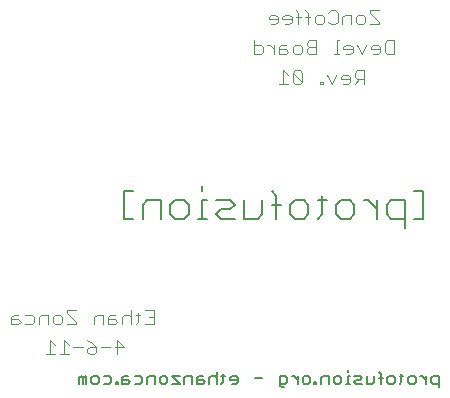
<source format=gbo>
G75*
G70*
%OFA0B0*%
%FSLAX24Y24*%
%IPPOS*%
%LPD*%
%AMOC8*
5,1,8,0,0,1.08239X$1,22.5*
%
%ADD10C,0.0070*%
%ADD11C,0.0040*%
%ADD12C,0.0080*%
D10*
X003533Y001759D02*
X003533Y001949D01*
X003597Y002013D01*
X003660Y001949D01*
X003660Y001759D01*
X003787Y001759D02*
X003787Y002013D01*
X003723Y002013D01*
X003660Y001949D01*
X003948Y001949D02*
X003948Y001822D01*
X004011Y001759D01*
X004138Y001759D01*
X004201Y001822D01*
X004201Y001949D01*
X004138Y002013D01*
X004011Y002013D01*
X003948Y001949D01*
X004362Y002013D02*
X004552Y002013D01*
X004615Y001949D01*
X004615Y001822D01*
X004552Y001759D01*
X004362Y001759D01*
X004759Y001759D02*
X004823Y001759D01*
X004823Y001822D01*
X004759Y001822D01*
X004759Y001759D01*
X004983Y001759D02*
X004983Y001949D01*
X005047Y002013D01*
X005174Y002013D01*
X005174Y001886D02*
X004983Y001886D01*
X004983Y001759D02*
X005174Y001759D01*
X005237Y001822D01*
X005174Y001886D01*
X005398Y002013D02*
X005588Y002013D01*
X005651Y001949D01*
X005651Y001822D01*
X005588Y001759D01*
X005398Y001759D01*
X005812Y001759D02*
X005812Y001949D01*
X005875Y002013D01*
X006066Y002013D01*
X006066Y001759D01*
X006226Y001822D02*
X006226Y001949D01*
X006290Y002013D01*
X006416Y002013D01*
X006480Y001949D01*
X006480Y001822D01*
X006416Y001759D01*
X006290Y001759D01*
X006226Y001822D01*
X006641Y001759D02*
X006894Y001759D01*
X006641Y002013D01*
X006894Y002013D01*
X007055Y001949D02*
X007055Y001759D01*
X007055Y001949D02*
X007118Y002013D01*
X007309Y002013D01*
X007309Y001759D01*
X007469Y001759D02*
X007469Y001949D01*
X007533Y002013D01*
X007659Y002013D01*
X007659Y001886D02*
X007469Y001886D01*
X007469Y001759D02*
X007659Y001759D01*
X007723Y001822D01*
X007659Y001886D01*
X007884Y001949D02*
X007884Y001759D01*
X007884Y001949D02*
X007947Y002013D01*
X008074Y002013D01*
X008137Y001949D01*
X008287Y002013D02*
X008413Y002013D01*
X008350Y002076D02*
X008350Y001822D01*
X008287Y001759D01*
X008137Y001759D02*
X008137Y002139D01*
X008574Y001949D02*
X008574Y001886D01*
X008828Y001886D01*
X008828Y001949D02*
X008764Y002013D01*
X008638Y002013D01*
X008574Y001949D01*
X008638Y001759D02*
X008764Y001759D01*
X008828Y001822D01*
X008828Y001949D01*
X009403Y001949D02*
X009656Y001949D01*
X010232Y002013D02*
X010232Y001696D01*
X010295Y001632D01*
X010358Y001632D01*
X010422Y001759D02*
X010232Y001759D01*
X010422Y001759D02*
X010485Y001822D01*
X010485Y001949D01*
X010422Y002013D01*
X010232Y002013D01*
X010640Y002013D02*
X010704Y002013D01*
X010830Y001886D01*
X010830Y001759D02*
X010830Y002013D01*
X010991Y001949D02*
X010991Y001822D01*
X011055Y001759D01*
X011181Y001759D01*
X011245Y001822D01*
X011245Y001949D01*
X011181Y002013D01*
X011055Y002013D01*
X010991Y001949D01*
X011388Y001822D02*
X011388Y001759D01*
X011452Y001759D01*
X011452Y001822D01*
X011388Y001822D01*
X011613Y001759D02*
X011613Y001949D01*
X011676Y002013D01*
X011866Y002013D01*
X011866Y001759D01*
X012027Y001822D02*
X012027Y001949D01*
X012090Y002013D01*
X012217Y002013D01*
X012281Y001949D01*
X012281Y001822D01*
X012217Y001759D01*
X012090Y001759D01*
X012027Y001822D01*
X012430Y001759D02*
X012557Y001759D01*
X012493Y001759D02*
X012493Y002013D01*
X012557Y002013D01*
X012493Y002139D02*
X012493Y002203D01*
X012718Y002013D02*
X012908Y002013D01*
X012971Y001949D01*
X012908Y001886D01*
X012781Y001886D01*
X012718Y001822D01*
X012781Y001759D01*
X012971Y001759D01*
X013132Y001759D02*
X013132Y002013D01*
X013385Y002013D02*
X013385Y001822D01*
X013322Y001759D01*
X013132Y001759D01*
X013535Y001949D02*
X013662Y001949D01*
X013598Y002076D02*
X013598Y001759D01*
X013822Y001822D02*
X013822Y001949D01*
X013886Y002013D01*
X014013Y002013D01*
X014076Y001949D01*
X014076Y001822D01*
X014013Y001759D01*
X013886Y001759D01*
X013822Y001822D01*
X013598Y002076D02*
X013535Y002139D01*
X014225Y002013D02*
X014352Y002013D01*
X014289Y002076D02*
X014289Y001822D01*
X014225Y001759D01*
X014513Y001822D02*
X014513Y001949D01*
X014576Y002013D01*
X014703Y002013D01*
X014766Y001949D01*
X014766Y001822D01*
X014703Y001759D01*
X014576Y001759D01*
X014513Y001822D01*
X014922Y002013D02*
X014985Y002013D01*
X015112Y001886D01*
X015112Y001759D02*
X015112Y002013D01*
X015273Y001949D02*
X015273Y001822D01*
X015336Y001759D01*
X015526Y001759D01*
X015526Y001632D02*
X015526Y002013D01*
X015336Y002013D01*
X015273Y001949D01*
D11*
X002739Y002744D02*
X002432Y002744D01*
X002586Y002744D02*
X002586Y003204D01*
X002739Y003051D01*
X003046Y003204D02*
X003046Y002744D01*
X002893Y002744D02*
X003200Y002744D01*
X003353Y002974D02*
X003660Y002974D01*
X003814Y002898D02*
X003814Y002821D01*
X003890Y002744D01*
X004044Y002744D01*
X004120Y002821D01*
X004120Y002974D01*
X003890Y002974D01*
X003814Y002898D01*
X003967Y003128D02*
X003814Y003204D01*
X003967Y003128D02*
X004120Y002974D01*
X004274Y002974D02*
X004581Y002974D01*
X004734Y002974D02*
X005041Y002974D01*
X004811Y003204D01*
X004811Y002744D01*
X004737Y003744D02*
X004507Y003744D01*
X004507Y003974D01*
X004583Y004051D01*
X004737Y004051D01*
X004737Y003898D02*
X004507Y003898D01*
X004353Y004051D02*
X004123Y004051D01*
X004046Y003974D01*
X004046Y003744D01*
X004353Y003744D02*
X004353Y004051D01*
X004737Y003898D02*
X004814Y003821D01*
X004737Y003744D01*
X004967Y003744D02*
X004967Y003974D01*
X005044Y004051D01*
X005197Y004051D01*
X005274Y003974D01*
X005427Y004051D02*
X005581Y004051D01*
X005504Y004128D02*
X005504Y003821D01*
X005427Y003744D01*
X005274Y003744D02*
X005274Y004204D01*
X005734Y004204D02*
X006041Y004204D01*
X006041Y003744D01*
X005734Y003744D01*
X005888Y003974D02*
X006041Y003974D01*
X003432Y003821D02*
X003432Y003744D01*
X003126Y003744D01*
X002972Y003821D02*
X002972Y003974D01*
X002895Y004051D01*
X002742Y004051D01*
X002665Y003974D01*
X002665Y003821D01*
X002742Y003744D01*
X002895Y003744D01*
X002972Y003821D01*
X003126Y004128D02*
X003432Y003821D01*
X003432Y004204D02*
X003126Y004204D01*
X003126Y004128D01*
X002512Y004051D02*
X002512Y003744D01*
X002512Y004051D02*
X002282Y004051D01*
X002205Y003974D01*
X002205Y003744D01*
X002051Y003821D02*
X002051Y003974D01*
X001975Y004051D01*
X001744Y004051D01*
X001591Y003821D02*
X001514Y003898D01*
X001284Y003898D01*
X001284Y003974D02*
X001284Y003744D01*
X001514Y003744D01*
X001591Y003821D01*
X001744Y003744D02*
X001975Y003744D01*
X002051Y003821D01*
X001514Y004051D02*
X001361Y004051D01*
X001284Y003974D01*
X003046Y003204D02*
X003200Y003051D01*
X010202Y011744D02*
X010509Y011744D01*
X010356Y011744D02*
X010356Y012204D01*
X010509Y012051D01*
X010663Y012128D02*
X010970Y011821D01*
X010893Y011744D01*
X010739Y011744D01*
X010663Y011821D01*
X010663Y012128D01*
X010739Y012204D01*
X010893Y012204D01*
X010970Y012128D01*
X010970Y011821D01*
X011583Y011821D02*
X011583Y011744D01*
X011660Y011744D01*
X011660Y011821D01*
X011583Y011821D01*
X011814Y012051D02*
X011967Y011744D01*
X012120Y012051D01*
X012274Y011974D02*
X012274Y011898D01*
X012581Y011898D01*
X012581Y011974D02*
X012504Y012051D01*
X012351Y012051D01*
X012274Y011974D01*
X012351Y011744D02*
X012504Y011744D01*
X012581Y011821D01*
X012581Y011974D01*
X012734Y011974D02*
X012734Y012128D01*
X012811Y012204D01*
X013041Y012204D01*
X013041Y011744D01*
X013041Y011898D02*
X012811Y011898D01*
X012734Y011974D01*
X012888Y011898D02*
X012734Y011744D01*
X012583Y012744D02*
X012660Y012821D01*
X012660Y012974D01*
X012583Y013051D01*
X012430Y013051D01*
X012353Y012974D01*
X012353Y012898D01*
X012660Y012898D01*
X012583Y012744D02*
X012430Y012744D01*
X012200Y012744D02*
X012046Y012744D01*
X012123Y012744D02*
X012123Y013204D01*
X012200Y013204D01*
X012814Y013051D02*
X012967Y012744D01*
X013120Y013051D01*
X013274Y012974D02*
X013274Y012898D01*
X013581Y012898D01*
X013581Y012974D02*
X013504Y013051D01*
X013351Y013051D01*
X013274Y012974D01*
X013351Y012744D02*
X013504Y012744D01*
X013581Y012821D01*
X013581Y012974D01*
X013734Y012821D02*
X013734Y013128D01*
X013811Y013204D01*
X014041Y013204D01*
X014041Y012744D01*
X013811Y012744D01*
X013734Y012821D01*
X013541Y013744D02*
X013234Y013744D01*
X013081Y013821D02*
X013004Y013744D01*
X012851Y013744D01*
X012774Y013821D01*
X012774Y013974D01*
X012851Y014051D01*
X013004Y014051D01*
X013081Y013974D01*
X013081Y013821D01*
X013234Y014128D02*
X013541Y013821D01*
X013541Y013744D01*
X013541Y014204D02*
X013234Y014204D01*
X013234Y014128D01*
X012620Y014051D02*
X012620Y013744D01*
X012314Y013744D02*
X012314Y013974D01*
X012390Y014051D01*
X012620Y014051D01*
X012160Y014128D02*
X012160Y013821D01*
X012083Y013744D01*
X011930Y013744D01*
X011853Y013821D01*
X011700Y013821D02*
X011700Y013974D01*
X011623Y014051D01*
X011470Y014051D01*
X011393Y013974D01*
X011393Y013821D01*
X011470Y013744D01*
X011623Y013744D01*
X011700Y013821D01*
X011853Y014128D02*
X011930Y014204D01*
X012083Y014204D01*
X012160Y014128D01*
X011239Y013974D02*
X011086Y013974D01*
X010932Y013974D02*
X010779Y013974D01*
X010626Y013974D02*
X010626Y013821D01*
X010549Y013744D01*
X010395Y013744D01*
X010319Y013898D02*
X010626Y013898D01*
X010626Y013974D02*
X010549Y014051D01*
X010395Y014051D01*
X010319Y013974D01*
X010319Y013898D01*
X010165Y013898D02*
X009858Y013898D01*
X009858Y013974D01*
X009935Y014051D01*
X010089Y014051D01*
X010165Y013974D01*
X010165Y013821D01*
X010089Y013744D01*
X009935Y013744D01*
X009898Y013051D02*
X009821Y013051D01*
X009898Y013051D02*
X010051Y012898D01*
X010051Y013051D02*
X010051Y012744D01*
X010205Y012744D02*
X010435Y012744D01*
X010512Y012821D01*
X010435Y012898D01*
X010205Y012898D01*
X010205Y012974D02*
X010205Y012744D01*
X010205Y012974D02*
X010282Y013051D01*
X010435Y013051D01*
X010665Y012974D02*
X010742Y013051D01*
X010895Y013051D01*
X010972Y012974D01*
X010972Y012821D01*
X010895Y012744D01*
X010742Y012744D01*
X010665Y012821D01*
X010665Y012974D01*
X011126Y012898D02*
X011126Y012821D01*
X011202Y012744D01*
X011432Y012744D01*
X011432Y013204D01*
X011202Y013204D01*
X011126Y013128D01*
X011126Y013051D01*
X011202Y012974D01*
X011432Y012974D01*
X011202Y012974D02*
X011126Y012898D01*
X011163Y013744D02*
X011163Y014128D01*
X011086Y014204D01*
X010856Y014128D02*
X010779Y014204D01*
X010856Y014128D02*
X010856Y013744D01*
X009668Y012974D02*
X009591Y013051D01*
X009361Y013051D01*
X009361Y013204D02*
X009361Y012744D01*
X009591Y012744D01*
X009668Y012821D01*
X009668Y012974D01*
D12*
X007655Y008338D02*
X007655Y008185D01*
X007655Y007878D02*
X007655Y007264D01*
X007502Y007264D02*
X007809Y007264D01*
X008116Y007418D02*
X008269Y007571D01*
X008576Y007571D01*
X008729Y007724D01*
X008576Y007878D01*
X008116Y007878D01*
X007809Y007878D02*
X007655Y007878D01*
X007195Y007724D02*
X007195Y007418D01*
X007041Y007264D01*
X006734Y007264D01*
X006581Y007418D01*
X006581Y007724D01*
X006734Y007878D01*
X007041Y007878D01*
X007195Y007724D01*
X008116Y007418D02*
X008269Y007264D01*
X008729Y007264D01*
X009036Y007264D02*
X009036Y007878D01*
X009650Y007878D02*
X009650Y007418D01*
X009497Y007264D01*
X009036Y007264D01*
X009957Y007724D02*
X010264Y007724D01*
X010571Y007724D02*
X010724Y007878D01*
X011031Y007878D01*
X011185Y007724D01*
X011185Y007418D01*
X011031Y007264D01*
X010724Y007264D01*
X010571Y007418D01*
X010571Y007724D01*
X010111Y008031D02*
X009957Y008185D01*
X010111Y008031D02*
X010111Y007264D01*
X011492Y007264D02*
X011645Y007418D01*
X011645Y008031D01*
X011492Y007878D02*
X011799Y007878D01*
X012105Y007724D02*
X012259Y007878D01*
X012566Y007878D01*
X012719Y007724D01*
X012719Y007418D01*
X012566Y007264D01*
X012259Y007264D01*
X012105Y007418D01*
X012105Y007724D01*
X013026Y007878D02*
X013180Y007878D01*
X013487Y007571D01*
X013487Y007264D02*
X013487Y007878D01*
X013793Y007724D02*
X013793Y007418D01*
X013947Y007264D01*
X014407Y007264D01*
X014407Y006957D02*
X014407Y007878D01*
X013947Y007878D01*
X013793Y007724D01*
X014714Y007264D02*
X015021Y007264D01*
X015021Y008185D01*
X014714Y008185D01*
X006274Y007878D02*
X006274Y007264D01*
X005660Y007264D02*
X005660Y007724D01*
X005814Y007878D01*
X006274Y007878D01*
X005353Y008185D02*
X005046Y008185D01*
X005046Y007264D01*
X005353Y007264D01*
M02*

</source>
